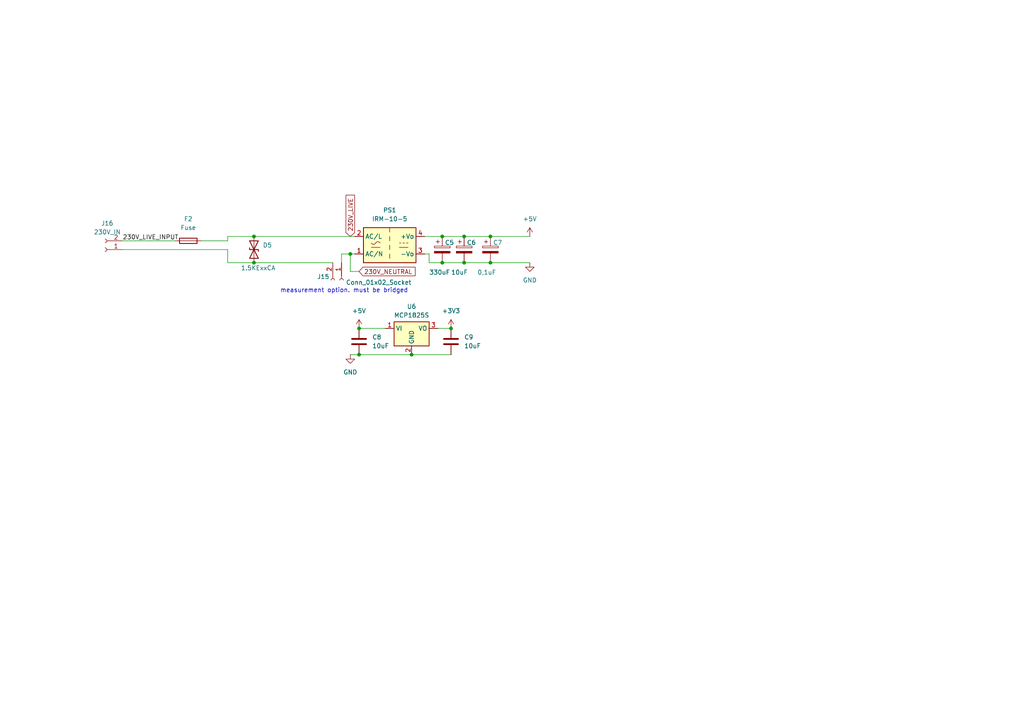
<source format=kicad_sch>
(kicad_sch (version 20231120) (generator "eeschema") (generator_version "8.0")
  (paper "A4")
  (lib_symbols
    (symbol "Connector:Conn_01x02_Socket" (pin_names (offset 1.016) hide)
      (property "Reference" "J" (at 0 2.54 0))
      (property "Value" "Conn_01x02_Socket" (at 0 -5.08 0))
      (symbol "Conn_01x02_Socket_1_1"
        (arc (start 0 -2.032) (mid -0.5058 -2.54) (end 0 -3.048) (stroke (width 0.1524)))
        (polyline (pts (xy -1.27 -2.54) (xy -0.508 -2.54)) (stroke (width 0.1524)))
        (polyline (pts (xy -1.27 0) (xy -0.508 0)) (stroke (width 0.1524)))
        (arc (start 0 0.508) (mid -0.5058 0) (end 0 -0.508) (stroke (width 0.1524)))
        (pin passive line (at -5.08 0 0) (length 3.81) (name "Pin_1") (number "1"))
        (pin passive line (at -5.08 -2.54 0) (length 3.81) (name "Pin_2") (number "2"))
      )
    )
    (symbol "Converter_ACDC:IRM-10-5"
      (property "Reference" "PS" (at 0 6.35 0))
      (property "Value" "IRM-10-5" (at 0 -6.35 0))
      (symbol "IRM-10-5_0_1"
        (rectangle (start -7.62 5.08) (end 7.62 -5.08) (stroke (width 0.254)) (fill (type background)))
        (arc (start -5.334 0.635) (mid -4.699 0.2495) (end -4.064 0.635))
        (arc (start -2.794 0.635) (mid -3.429 1.0072) (end -4.064 0.635))
        (polyline (pts (xy -5.334 -0.635) (xy -2.794 -0.635)))
        (polyline (pts (xy 0 -2.54) (xy 0 -3.81)))
        (polyline (pts (xy 0 0) (xy 0 -1.27)))
        (polyline (pts (xy 0 2.54) (xy 0 1.27)))
        (polyline (pts (xy 0 5.08) (xy 0 3.81)))
        (polyline (pts (xy 2.794 -0.635) (xy 5.334 -0.635)))
        (polyline (pts (xy 2.794 0.635) (xy 3.302 0.635)))
        (polyline (pts (xy 3.81 0.635) (xy 4.318 0.635)))
        (polyline (pts (xy 4.826 0.635) (xy 5.334 0.635)))
      )
      (symbol "IRM-10-5_1_1"
        (pin power_in line (at -10.16 -2.54 0) (length 2.54) (name "AC/N") (number "1"))
        (pin power_in line (at -10.16 2.54 0) (length 2.54) (name "AC/L") (number "2"))
        (pin power_out line (at 10.16 -2.54 180) (length 2.54) (name "-Vo") (number "3"))
        (pin power_out line (at 10.16 2.54 180) (length 2.54) (name "+Vo") (number "4"))
      )
    )
    (symbol "Device:C" (pin_numbers hide) (pin_names (offset 0.254))
      (property "Reference" "C" (at 0.635 2.54 0))
      (property "Value" "C" (at 0.635 -2.54 0))
      (symbol "C_0_1"
        (polyline (pts (xy -2.032 -0.762) (xy 2.032 -0.762)) (stroke (width 0.508)))
        (polyline (pts (xy -2.032 0.762) (xy 2.032 0.762)) (stroke (width 0.508)))
      )
      (symbol "C_1_1"
        (pin passive line (at 0 3.81 270) (length 2.794) (name "~") (number "1"))
        (pin passive line (at 0 -3.81 90) (length 2.794) (name "~") (number "2"))
      )
    )
    (symbol "Device:C_Polarized" (pin_numbers hide) (pin_names (offset 0.254))
      (property "Reference" "C" (at 0.635 2.54 0))
      (property "Value" "C_Polarized" (at 0.635 -2.54 0))
      (symbol "C_Polarized_0_1"
        (rectangle (start -2.286 0.508) (end 2.286 1.016))
        (polyline (pts (xy -1.778 2.286) (xy -0.762 2.286)))
        (polyline (pts (xy -1.27 2.794) (xy -1.27 1.778)))
        (rectangle (start 2.286 -0.508) (end -2.286 -1.016) (fill (type outline)))
      )
      (symbol "C_Polarized_1_1"
        (pin passive line (at 0 3.81 270) (length 2.794) (name "~") (number "1"))
        (pin passive line (at 0 -3.81 90) (length 2.794) (name "~") (number "2"))
      )
    )
    (symbol "Device:Fuse" (pin_numbers hide) (pin_names (offset 0))
      (property "Reference" "F" (at 2.032 0 90))
      (property "Value" "Fuse" (at -1.905 0 90))
      (symbol "Fuse_0_1"
        (rectangle (start -0.762 -2.54) (end 0.762 2.54) (stroke (width 0.254)))
        (polyline (pts (xy 0 2.54) (xy 0 -2.54)))
      )
      (symbol "Fuse_1_1"
        (pin passive line (at 0 3.81 270) (length 1.27) (name "~") (number "1"))
        (pin passive line (at 0 -3.81 90) (length 1.27) (name "~") (number "2"))
      )
    )
    (symbol "Diode:1.5KExxCA" (pin_numbers hide) (pin_names (offset 1.016) hide)
      (property "Reference" "D" (at 0 2.54 0))
      (property "Value" "1.5KExxCA" (at 0 -2.54 0))
      (symbol "1.5KExxCA_0_1"
        (polyline (pts (xy 1.27 0) (xy -1.27 0)))
        (polyline (pts (xy -2.54 -1.27) (xy 0 0) (xy -2.54 1.27) (xy -2.54 -1.27)) (stroke (width 0.254)))
        (polyline (pts (xy 0.508 1.27) (xy 0 1.27) (xy 0 -1.27) (xy -0.508 -1.27)) (stroke (width 0.254)))
        (polyline (pts (xy 2.54 1.27) (xy 2.54 -1.27) (xy 0 0) (xy 2.54 1.27)) (stroke (width 0.254)))
      )
      (symbol "1.5KExxCA_1_1"
        (pin passive line (at -3.81 0 0) (length 2.54) (name "A1") (number "1"))
        (pin passive line (at 3.81 0 180) (length 2.54) (name "A2") (number "2"))
      )
    )
    (symbol "Regulator_Linear:MCP1825S"
      (property "Reference" "U" (at -3.81 3.175 0))
      (property "Value" "MCP1825S" (at 0 3.175 0))
      (symbol "MCP1825S_0_1"
        (rectangle (start -5.08 1.905) (end 5.08 -5.08) (stroke (width 0.254)) (fill (type background)))
      )
      (symbol "MCP1825S_1_1"
        (pin power_in line (at -7.62 0 0) (length 2.54) (name "VI") (number "1"))
        (pin power_in line (at 0 -7.62 90) (length 2.54) (name "GND") (number "2"))
        (pin power_out line (at 7.62 0 180) (length 2.54) (name "VO") (number "3"))
      )
    )
    (symbol "power:+3V3" (power) (pin_numbers hide) (pin_names (offset 0) hide)
      (property "Value" "+3V3" (at 0 3.556 0))
      (symbol "+3V3_0_1"
        (polyline (pts (xy -0.762 1.27) (xy 0 2.54)))
        (polyline (pts (xy 0 0) (xy 0 2.54)))
        (polyline (pts (xy 0 2.54) (xy 0.762 1.27)))
      )
      (symbol "+3V3_1_1"
        (pin power_in line (at 0 0 90) (length 0) (name "~") (number "1"))
      )
    )
    (symbol "power:+5V" (power) (pin_numbers hide) (pin_names (offset 0) hide)
      (property "Value" "+5V" (at 0 3.556 0))
      (symbol "+5V_0_1"
        (polyline (pts (xy -0.762 1.27) (xy 0 2.54)))
        (polyline (pts (xy 0 0) (xy 0 2.54)))
        (polyline (pts (xy 0 2.54) (xy 0.762 1.27)))
      )
      (symbol "+5V_1_1"
        (pin power_in line (at 0 0 90) (length 0) (name "~") (number "1"))
      )
    )
    (symbol "power:GND" (power) (pin_numbers hide) (pin_names (offset 0) hide)
      (property "Value" "GND" (at 0 -3.81 0))
      (symbol "GND_0_1"
        (polyline (pts (xy 0 0) (xy 0 -1.27) (xy 1.27 -1.27) (xy 0 -2.54) (xy -1.27 -1.27) (xy 0 -1.27)))
      )
      (symbol "GND_1_1"
        (pin power_in line (at 0 0 270) (length 0) (name "~") (number "1"))
      )
    )
  )
  (junction (at 134.62 76.2))
  (junction (at 73.66 68.58))
  (junction (at 128.27 68.58))
  (junction (at 130.81 95.25))
  (junction (at 142.24 76.2))
  (junction (at 101.6 73.66))
  (junction (at 134.62 68.58))
  (junction (at 119.38 102.87))
  (junction (at 104.14 102.87))
  (junction (at 142.24 68.58))
  (junction (at 128.27 76.2))
  (junction (at 73.66 76.2))
  (junction (at 104.14 95.25))
  (wire (pts (xy 66.04 72.39) (xy 66.04 76.2)))
  (wire (pts (xy 142.24 68.58) (xy 153.67 68.58)))
  (wire (pts (xy 124.46 73.66) (xy 124.46 76.2)))
  (wire (pts (xy 128.27 76.2) (xy 134.62 76.2)))
  (wire (pts (xy 123.19 68.58) (xy 128.27 68.58)))
  (wire (pts (xy 35.56 69.85) (xy 50.8 69.85)))
  (wire (pts (xy 73.66 68.58) (xy 102.87 68.58)))
  (wire (pts (xy 119.38 102.87) (xy 130.81 102.87)))
  (wire (pts (xy 101.6 102.87) (xy 104.14 102.87)))
  (wire (pts (xy 101.6 73.66) (xy 101.6 78.74)))
  (wire (pts (xy 58.42 69.85) (xy 66.04 69.85)))
  (wire (pts (xy 104.14 102.87) (xy 119.38 102.87)))
  (wire (pts (xy 134.62 68.58) (xy 142.24 68.58)))
  (wire (pts (xy 142.24 76.2) (xy 153.67 76.2)))
  (wire (pts (xy 104.14 78.74) (xy 101.6 78.74)))
  (wire (pts (xy 99.06 73.66) (xy 99.06 76.2)))
  (wire (pts (xy 66.04 69.85) (xy 66.04 68.58)))
  (wire (pts (xy 127 95.25) (xy 130.81 95.25)))
  (wire (pts (xy 66.04 76.2) (xy 73.66 76.2)))
  (wire (pts (xy 134.62 76.2) (xy 142.24 76.2)))
  (wire (pts (xy 128.27 68.58) (xy 134.62 68.58)))
  (wire (pts (xy 73.66 76.2) (xy 96.52 76.2)))
  (wire (pts (xy 102.87 73.66) (xy 101.6 73.66)))
  (wire (pts (xy 66.04 68.58) (xy 73.66 68.58)))
  (wire (pts (xy 101.6 73.66) (xy 99.06 73.66)))
  (wire (pts (xy 104.14 95.25) (xy 111.76 95.25)))
  (wire (pts (xy 124.46 76.2) (xy 128.27 76.2)))
  (wire (pts (xy 123.19 73.66) (xy 124.46 73.66)))
  (wire (pts (xy 35.56 72.39) (xy 66.04 72.39)))
  (text "measurement option. must be bridged" (at 99.822 84.328 0) (effects (font (size 1.27 1.27))))
  (label "230V_LIVE_INPUT" (at 35.56 69.85 0))
  (global_label "230V_LIVE" (shape input) (at 101.6 68.58 90) (property "Intersheetrefs" "${INTERSHEET_REFS}" (effects (hide yes))))
  (global_label "230V_NEUTRAL" (shape input) (at 104.14 78.74 0) (property "Intersheetrefs" "${INTERSHEET_REFS}" (effects (hide yes))))
  (symbol (lib_id "power:+5V") (at 104.14 95.25 0) (unit 1)
    (property "Reference" "#PWR021" (effects (hide yes)))
    (property "Value" "+5V" (at 104.14 90.17 0))
    (property "Description" "Power symbol creates a global label with name \"+5V\"" (effects (hide yes)))
  )
  (symbol (lib_id "Converter_ACDC:IRM-10-5") (at 113.03 71.12 0) (unit 1)
    (property "Reference" "PS1" (at 113.03 60.96 0))
    (property "Value" "IRM-10-5" (at 113.03 63.5 0))
    (property "Footprint" "Converter_ACDC:Converter_ACDC_MeanWell_IRM-10-xx_THT" (effects (hide yes)))
    (property "Datasheet" "https://www.meanwell.com/Upload/PDF/IRM-10/IRM-10-SPEC.PDF" (effects (hide yes)))
    (property "Description" "5V, 2A, 10W, Isolated, AC-DC, 222A(IRM10)" (effects (hide yes)))
  )
  (symbol (lib_id "power:+3V3") (at 130.81 95.25 0) (unit 1)
    (property "Reference" "#PWR022" (effects (hide yes)))
    (property "Value" "+3V3" (at 130.81 90.17 0))
    (property "Description" "Power symbol creates a global label with name \"+3V3\"" (effects (hide yes)))
  )
  (symbol (lib_id "Device:C_Polarized") (at 134.62 72.39 0) (unit 1)
    (property "Reference" "C6" (at 135.382 70.358 0) (effects (justify left)))
    (property "Value" "10uF" (at 130.81 78.994 0) (effects (justify left)))
    (property "Footprint" "Capacitor_THT:CP_Radial_D7.5mm_P2.50mm" (effects (hide yes)))
    (property "Description" "Polarized capacitor" (effects (hide yes)))
  )
  (symbol (lib_id "power:GND") (at 153.67 76.2 0) (unit 1)
    (property "Reference" "#PWR020" (effects (hide yes)))
    (property "Value" "GND" (at 153.67 81.28 0))
    (property "Description" "Power symbol creates a global label with name \"GND\" , ground" (effects (hide yes)))
  )
  (symbol (lib_id "power:GND") (at 101.6 102.87 0) (unit 1)
    (property "Reference" "#PWR023" (effects (hide yes)))
    (property "Value" "GND" (at 101.6 107.95 0))
    (property "Description" "Power symbol creates a global label with name \"GND\" , ground" (effects (hide yes)))
  )
  (symbol (lib_id "Device:C_Polarized") (at 128.27 72.39 0) (unit 1)
    (property "Reference" "C5" (at 129.032 70.358 0) (effects (justify left)))
    (property "Value" "330uF" (at 124.46 78.994 0) (effects (justify left)))
    (property "Footprint" "Capacitor_THT:CP_Radial_D8.0mm_P5.00mm" (effects (hide yes)))
    (property "Description" "Polarized capacitor" (effects (hide yes)))
  )
  (symbol (lib_id "Diode:1.5KExxCA") (at 73.66 72.39 90) (unit 1)
    (property "Reference" "D5" (at 76.2 71.1199 90) (effects (justify right)))
    (property "Value" "1.5KExxCA" (at 69.85 77.724 90) (effects (justify right)))
    (property "Footprint" "Diode_THT:D_DO-201AE_P15.24mm_Horizontal" (effects (hide yes)))
    (property "Datasheet" "https://www.vishay.com/docs/88301/15ke.pdf" (effects (hide yes)))
    (property "Description" "1500W bidirectional TVS diode, DO-201AE" (effects (hide yes)))
  )
  (symbol (lib_id "Device:C_Polarized") (at 142.24 72.39 0) (unit 1)
    (property "Reference" "C7" (at 143.002 70.358 0) (effects (justify left)))
    (property "Value" "0,1uF" (at 138.43 78.994 0) (effects (justify left)))
    (property "Footprint" "Capacitor_THT:CP_Radial_D6.3mm_P2.50mm" (effects (hide yes)))
    (property "Description" "Polarized capacitor" (effects (hide yes)))
  )
  (symbol (lib_id "Connector:Conn_01x02_Socket") (at 99.06 81.28 270) (unit 1)
    (property "Reference" "J15" (at 91.948 80.264 90) (effects (justify left)))
    (property "Value" "Conn_01x02_Socket" (at 100.33 81.9149 90) (effects (justify left)))
    (property "Footprint" "TerminalBlock:TerminalBlock_bornier-2_P5.08mm" (effects (hide yes)))
    (property "Description" "Generic connector, single row, 01x02, script generated" (effects (hide yes)))
  )
  (symbol (lib_id "Device:C") (at 130.81 99.06 0) (unit 1)
    (property "Reference" "C9" (at 134.62 97.7899 0) (effects (justify left)))
    (property "Value" "10uF" (at 134.62 100.3299 0) (effects (justify left)))
    (property "Footprint" "Capacitor_THT:C_Disc_D3.0mm_W2.0mm_P2.50mm" (effects (hide yes)))
    (property "Description" "Unpolarized capacitor" (effects (hide yes)))
  )
  (symbol (lib_id "Device:Fuse") (at 54.61 69.85 90) (unit 1)
    (property "Reference" "F2" (at 54.61 63.5 90))
    (property "Value" "Fuse" (at 54.61 66.04 90))
    (property "Footprint" "Fuse:Fuseholder_Clip-5x20mm_Keystone_3512_Inline_P23.62x7.27mm_D1.02x1.57mm_Horizontal" (effects (hide yes)))
    (property "Description" "Fuse" (effects (hide yes)))
  )
  (symbol (lib_id "Connector:Conn_01x02_Socket") (at 30.48 72.39 180) (unit 1)
    (property "Reference" "J16" (at 31.115 64.77 0))
    (property "Value" "230V_IN" (at 31.115 67.31 0))
    (property "Footprint" "TerminalBlock:TerminalBlock_bornier-2_P5.08mm" (effects (hide yes)))
    (property "Description" "Generic connector, single row, 01x02, script generated" (effects (hide yes)))
  )
  (symbol (lib_id "power:+5V") (at 153.67 68.58 0) (unit 1)
    (property "Reference" "#PWR019" (effects (hide yes)))
    (property "Value" "+5V" (at 153.67 63.5 0))
    (property "Description" "Power symbol creates a global label with name \"+5V\"" (effects (hide yes)))
  )
  (symbol (lib_id "Device:C") (at 104.14 99.06 0) (unit 1)
    (property "Reference" "C8" (at 107.95 97.7899 0) (effects (justify left)))
    (property "Value" "10uF" (at 107.95 100.3299 0) (effects (justify left)))
    (property "Footprint" "Capacitor_THT:C_Disc_D3.0mm_W2.0mm_P2.50mm" (effects (hide yes)))
    (property "Description" "Unpolarized capacitor" (effects (hide yes)))
  )
  (symbol (lib_id "Regulator_Linear:MCP1825S") (at 119.38 95.25 0) (unit 1)
    (property "Reference" "U6" (at 119.38 88.9 0))
    (property "Value" "MCP1825S" (at 119.38 91.44 0))
    (property "Footprint" "Package_TO_SOT_SMD:SOT-223-3_TabPin2" (effects (hide yes)))
    (property "Datasheet" "http://ww1.microchip.com/downloads/en/devicedoc/22056b.pdf" (effects (hide yes)))
    (property "Description" "500mA, Low-Voltage, Low Quiescent Current LDO Regulator, SOT-223, TO-220, TO-263" (effects (hide yes)))
  )
)
</source>
